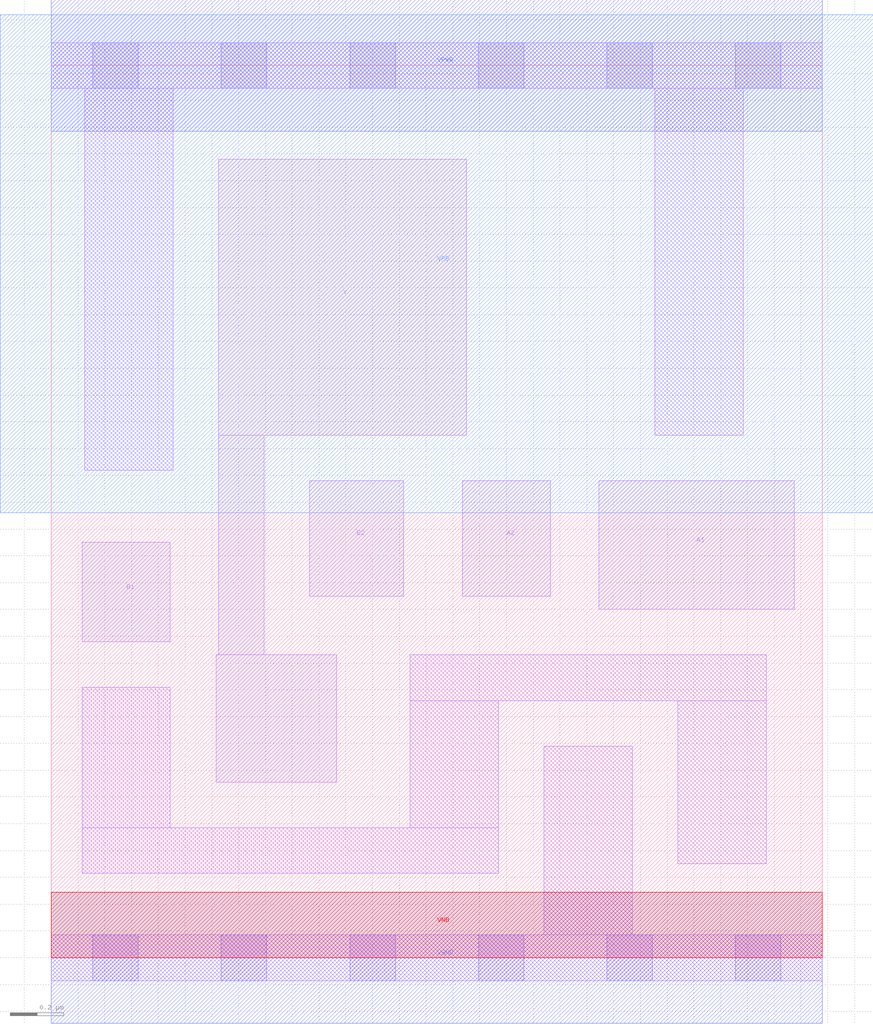
<source format=lef>
# Copyright 2020 The SkyWater PDK Authors
#
# Licensed under the Apache License, Version 2.0 (the "License");
# you may not use this file except in compliance with the License.
# You may obtain a copy of the License at
#
#     https://www.apache.org/licenses/LICENSE-2.0
#
# Unless required by applicable law or agreed to in writing, software
# distributed under the License is distributed on an "AS IS" BASIS,
# WITHOUT WARRANTIES OR CONDITIONS OF ANY KIND, either express or implied.
# See the License for the specific language governing permissions and
# limitations under the License.
#
# SPDX-License-Identifier: Apache-2.0

VERSION 5.7 ;
  NOWIREEXTENSIONATPIN ON ;
  DIVIDERCHAR "/" ;
  BUSBITCHARS "[]" ;
MACRO sky130_fd_sc_ms__o22ai_1
  CLASS CORE ;
  FOREIGN sky130_fd_sc_ms__o22ai_1 ;
  ORIGIN  0.000000  0.000000 ;
  SIZE  2.880000 BY  3.330000 ;
  SYMMETRY X Y ;
  SITE unit ;
  PIN A1
    ANTENNAGATEAREA  0.312600 ;
    DIRECTION INPUT ;
    USE SIGNAL ;
    PORT
      LAYER li1 ;
        RECT 2.045000 1.300000 2.775000 1.780000 ;
    END
  END A1
  PIN A2
    ANTENNAGATEAREA  0.312600 ;
    DIRECTION INPUT ;
    USE SIGNAL ;
    PORT
      LAYER li1 ;
        RECT 1.535000 1.350000 1.865000 1.780000 ;
    END
  END A2
  PIN B1
    ANTENNAGATEAREA  0.312600 ;
    DIRECTION INPUT ;
    USE SIGNAL ;
    PORT
      LAYER li1 ;
        RECT 0.115000 1.180000 0.445000 1.550000 ;
    END
  END B1
  PIN B2
    ANTENNAGATEAREA  0.312600 ;
    DIRECTION INPUT ;
    USE SIGNAL ;
    PORT
      LAYER li1 ;
        RECT 0.965000 1.350000 1.315000 1.780000 ;
    END
  END B2
  PIN Y
    ANTENNADIFFAREA  0.862300 ;
    DIRECTION OUTPUT ;
    USE SIGNAL ;
    PORT
      LAYER li1 ;
        RECT 0.615000 0.655000 1.065000 1.130000 ;
        RECT 0.625000 1.130000 0.795000 1.950000 ;
        RECT 0.625000 1.950000 1.550000 2.980000 ;
    END
  END Y
  PIN VGND
    DIRECTION INOUT ;
    USE GROUND ;
    PORT
      LAYER met1 ;
        RECT 0.000000 -0.245000 2.880000 0.245000 ;
    END
  END VGND
  PIN VNB
    DIRECTION INOUT ;
    USE GROUND ;
    PORT
      LAYER pwell ;
        RECT 0.000000 0.000000 2.880000 0.245000 ;
    END
  END VNB
  PIN VPB
    DIRECTION INOUT ;
    USE POWER ;
    PORT
      LAYER nwell ;
        RECT -0.190000 1.660000 3.070000 3.520000 ;
    END
  END VPB
  PIN VPWR
    DIRECTION INOUT ;
    USE POWER ;
    PORT
      LAYER met1 ;
        RECT 0.000000 3.085000 2.880000 3.575000 ;
    END
  END VPWR
  OBS
    LAYER li1 ;
      RECT 0.000000 -0.085000 2.880000 0.085000 ;
      RECT 0.000000  3.245000 2.880000 3.415000 ;
      RECT 0.115000  0.315000 1.670000 0.485000 ;
      RECT 0.115000  0.485000 0.445000 1.010000 ;
      RECT 0.125000  1.820000 0.455000 3.245000 ;
      RECT 1.340000  0.485000 1.670000 0.960000 ;
      RECT 1.340000  0.960000 2.670000 1.130000 ;
      RECT 1.840000  0.085000 2.170000 0.790000 ;
      RECT 2.255000  1.950000 2.585000 3.245000 ;
      RECT 2.340000  0.350000 2.670000 0.960000 ;
    LAYER mcon ;
      RECT 0.155000 -0.085000 0.325000 0.085000 ;
      RECT 0.155000  3.245000 0.325000 3.415000 ;
      RECT 0.635000 -0.085000 0.805000 0.085000 ;
      RECT 0.635000  3.245000 0.805000 3.415000 ;
      RECT 1.115000 -0.085000 1.285000 0.085000 ;
      RECT 1.115000  3.245000 1.285000 3.415000 ;
      RECT 1.595000 -0.085000 1.765000 0.085000 ;
      RECT 1.595000  3.245000 1.765000 3.415000 ;
      RECT 2.075000 -0.085000 2.245000 0.085000 ;
      RECT 2.075000  3.245000 2.245000 3.415000 ;
      RECT 2.555000 -0.085000 2.725000 0.085000 ;
      RECT 2.555000  3.245000 2.725000 3.415000 ;
  END
END sky130_fd_sc_ms__o22ai_1
END LIBRARY

</source>
